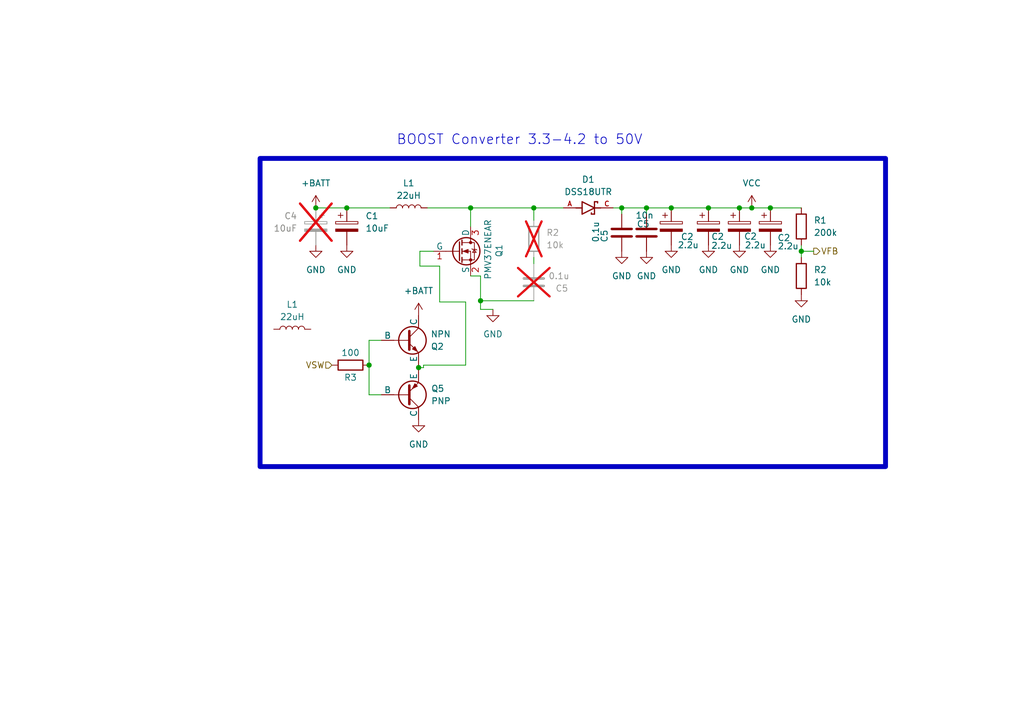
<source format=kicad_sch>
(kicad_sch (version 20230121) (generator eeschema)
  (paper "A5")
  (lib_symbols
    (symbol "2023-09-03_14-36-57:DSS18UTR" (pin_names (offset 1.016))
      (property "Reference" "D" (at -5.08 2.54 0))
      (property "Value" "DSS18UTR" (at -5.08 -3.81 0))
      (symbol "DSS18UTR_0_0"
        (polyline (pts (xy -2.54 0) (xy -1.27 0)) (stroke (width 0.254)))
        (polyline (pts (xy -1.27 -1.27) (xy 1.27 0)) (stroke (width 0.254)))
        (polyline (pts (xy -1.27 0) (xy -1.27 -1.27)) (stroke (width 0.254)))
        (polyline (pts (xy -1.27 1.27) (xy -1.27 0)) (stroke (width 0.254)))
        (polyline (pts (xy 0.635 -1.016) (xy 0.635 -1.27)) (stroke (width 0.254)))
        (polyline (pts (xy 1.27 -1.27) (xy 0.635 -1.27)) (stroke (width 0.254)))
        (polyline (pts (xy 1.27 0) (xy -1.27 1.27)) (stroke (width 0.254)))
        (polyline (pts (xy 1.27 0) (xy 1.27 -1.27)) (stroke (width 0.254)))
        (polyline (pts (xy 1.27 1.27) (xy 1.27 0)) (stroke (width 0.254)))
        (polyline (pts (xy 1.905 1.27) (xy 1.27 1.27)) (stroke (width 0.254)))
        (polyline (pts (xy 1.905 1.27) (xy 1.905 1.016)) (stroke (width 0.254)))
        (polyline (pts (xy 2.54 0) (xy 1.27 0)) (stroke (width 0.254)))
        (pin passive line (at -5.08 0 0) (length 2.54) (name "~") (number "A"))
        (pin passive line (at 5.08 0 180) (length 2.54) (name "~") (number "C"))
      )
    )
    (symbol "Device:C" (pin_numbers hide) (pin_names (offset 0.254))
      (property "Reference" "C" (at 0.635 2.54 0))
      (property "Value" "C" (at 0.635 -2.54 0))
      (symbol "C_0_1"
        (polyline (pts (xy -2.032 -0.762) (xy 2.032 -0.762)) (stroke (width 0.508)))
        (polyline (pts (xy -2.032 0.762) (xy 2.032 0.762)) (stroke (width 0.508)))
      )
      (symbol "C_1_1"
        (pin passive line (at 0 3.81 270) (length 2.794) (name "~") (number "1"))
        (pin passive line (at 0 -3.81 90) (length 2.794) (name "~") (number "2"))
      )
    )
    (symbol "Device:C_Polarized" (pin_numbers hide) (pin_names (offset 0.254))
      (property "Reference" "C" (at 0.635 2.54 0))
      (property "Value" "C_Polarized" (at 0.635 -2.54 0))
      (symbol "C_Polarized_0_1"
        (rectangle (start -2.286 0.508) (end 2.286 1.016))
        (polyline (pts (xy -1.778 2.286) (xy -0.762 2.286)))
        (polyline (pts (xy -1.27 2.794) (xy -1.27 1.778)))
        (rectangle (start 2.286 -0.508) (end -2.286 -1.016) (fill (type outline)))
      )
      (symbol "C_Polarized_1_1"
        (pin passive line (at 0 3.81 270) (length 2.794) (name "~") (number "1"))
        (pin passive line (at 0 -3.81 90) (length 2.794) (name "~") (number "2"))
      )
    )
    (symbol "Device:L" (pin_numbers hide) (pin_names (offset 1.016) hide)
      (property "Reference" "L" (at -1.27 0 90))
      (property "Value" "L" (at 1.905 0 90))
      (symbol "L_0_1"
        (arc (start 0 -2.54) (mid 0.6323 -1.905) (end 0 -1.27))
        (arc (start 0 -1.27) (mid 0.6323 -0.635) (end 0 0))
        (arc (start 0 0) (mid 0.6323 0.635) (end 0 1.27))
        (arc (start 0 1.27) (mid 0.6323 1.905) (end 0 2.54))
      )
      (symbol "L_1_1"
        (pin passive line (at 0 3.81 270) (length 1.27) (name "1") (number "1"))
        (pin passive line (at 0 -3.81 90) (length 1.27) (name "2") (number "2"))
      )
    )
    (symbol "Device:R" (pin_numbers hide) (pin_names (offset 0))
      (property "Reference" "R" (at 2.032 0 90))
      (property "Value" "R" (at 0 0 90))
      (symbol "R_0_1"
        (rectangle (start -1.016 -2.54) (end 1.016 2.54) (stroke (width 0.254)))
      )
      (symbol "R_1_1"
        (pin passive line (at 0 3.81 270) (length 1.27) (name "~") (number "1"))
        (pin passive line (at 0 -3.81 90) (length 1.27) (name "~") (number "2"))
      )
    )
    (symbol "PNP_1" (pin_numbers hide) (pin_names (offset 0))
      (property "Reference" "Q5" (at 5.08 1.27 0))
      (property "Value" "PNP" (at 5.08 -1.27 0))
      (symbol "PNP_1_0_1"
        (polyline (pts (xy -2.54 0) (xy 0.635 0)) (stroke (width 0.1524)))
        (polyline (pts (xy 0.635 0.635) (xy 2.54 2.54)))
        (polyline (pts (xy 0.635 -0.635) (xy 2.54 -2.54) (xy 2.54 -2.54)))
        (polyline (pts (xy 0.635 1.905) (xy 0.635 -1.905) (xy 0.635 -1.905)) (stroke (width 0.508)))
        (polyline (pts (xy 2.286 -1.778) (xy 1.778 -2.286) (xy 1.27 -1.27) (xy 2.286 -1.778) (xy 2.286 -1.778)) (fill (type outline)))
        (circle (center 1.27 0) (radius 2.8194) (stroke (width 0.254)))
      )
      (symbol "PNP_1_1_1"
        (pin input line (at -5.08 0 0) (length 2.54) (name "B") (number "1"))
        (pin open_emitter line (at 2.54 -5.08 90) (length 2.54) (name "E") (number "2"))
        (pin open_collector line (at 2.54 5.08 270) (length 2.54) (name "C") (number "3"))
      )
    )
    (symbol "Simulation_SPICE:NMOS" (pin_names (offset 0))
      (property "Reference" "Q1" (at 8.89 0 90))
      (property "Value" "PMV37ENEAR" (at 6.35 0 90))
      (symbol "NMOS_0_1"
        (polyline (pts (xy 0.254 0) (xy -2.54 0)))
        (polyline (pts (xy 0.254 1.905) (xy 0.254 -1.905)) (stroke (width 0.254)))
        (polyline (pts (xy 0.762 -1.27) (xy 0.762 -2.286)) (stroke (width 0.254)))
        (polyline (pts (xy 0.762 0.508) (xy 0.762 -0.508)) (stroke (width 0.254)))
        (polyline (pts (xy 0.762 2.286) (xy 0.762 1.27)) (stroke (width 0.254)))
        (polyline (pts (xy 2.54 2.54) (xy 2.54 1.778)))
        (polyline (pts (xy 2.54 -2.54) (xy 2.54 0) (xy 0.762 0)))
        (polyline (pts (xy 0.762 -1.778) (xy 3.302 -1.778) (xy 3.302 1.778) (xy 0.762 1.778)))
        (polyline (pts (xy 1.016 0) (xy 2.032 0.381) (xy 2.032 -0.381) (xy 1.016 0)) (fill (type outline)))
        (polyline (pts (xy 2.794 0.508) (xy 2.921 0.381) (xy 3.683 0.381) (xy 3.81 0.254)))
        (polyline (pts (xy 3.302 0.381) (xy 2.921 -0.254) (xy 3.683 -0.254) (xy 3.302 0.381)))
        (circle (center 1.651 0) (radius 2.794) (stroke (width 0.254)))
        (circle (center 2.54 -1.778) (radius 0.254) (fill (type outline)))
        (circle (center 2.54 1.778) (radius 0.254) (fill (type outline)))
      )
      (symbol "NMOS_1_1"
        (pin input line (at -5.08 0 0) (length 2.54) (name "G") (number "1"))
        (pin passive line (at 2.54 -5.08 90) (length 2.54) (name "S") (number "2"))
        (pin passive line (at 2.54 5.08 270) (length 2.54) (name "D") (number "3"))
      )
    )
    (symbol "Simulation_SPICE:NPN" (pin_numbers hide) (pin_names (offset 0))
      (property "Reference" "Q2" (at 5.08 1.27 0))
      (property "Value" "NPN" (at 5.08 -1.27 0))
      (symbol "NPN_0_1"
        (polyline (pts (xy -2.54 0) (xy 0.635 0)) (stroke (width 0.1524)))
        (polyline (pts (xy 0.635 0.635) (xy 2.54 2.54)))
        (polyline (pts (xy 2.794 -1.27) (xy 2.794 -1.27)) (stroke (width 0.1524)))
        (polyline (pts (xy 2.794 -1.27) (xy 2.794 -1.27)) (stroke (width 0.1524)))
        (polyline (pts (xy 0.635 -0.635) (xy 2.54 -2.54) (xy 2.54 -2.54)))
        (polyline (pts (xy 0.635 1.905) (xy 0.635 -1.905) (xy 0.635 -1.905)) (stroke (width 0.508)))
        (polyline (pts (xy 1.27 -1.778) (xy 1.778 -1.27) (xy 2.286 -2.286) (xy 1.27 -1.778) (xy 1.27 -1.778)) (fill (type outline)))
        (circle (center 1.27 0) (radius 2.8194) (stroke (width 0.254)))
      )
      (symbol "NPN_1_1"
        (pin input line (at -5.08 0 0) (length 2.54) (name "B") (number "1"))
        (pin open_emitter line (at 2.54 -5.08 90) (length 2.54) (name "E") (number "2"))
        (pin open_collector line (at 2.54 5.08 270) (length 2.54) (name "C") (number "3"))
      )
    )
    (symbol "power:+BATT" (power) (pin_names (offset 0))
      (property "Value" "+BATT" (at 0 3.556 0))
      (symbol "+BATT_0_1"
        (polyline (pts (xy -0.762 1.27) (xy 0 2.54)))
        (polyline (pts (xy 0 0) (xy 0 2.54)))
        (polyline (pts (xy 0 2.54) (xy 0.762 1.27)))
      )
      (symbol "+BATT_1_1"
        (pin power_in line (at 0 0 90) (length 0) hide (name "+BATT") (number "1"))
      )
    )
    (symbol "power:GND" (power) (pin_names (offset 0))
      (property "Value" "GND" (at 0 -3.81 0))
      (symbol "GND_0_1"
        (polyline (pts (xy 0 0) (xy 0 -1.27) (xy 1.27 -1.27) (xy 0 -2.54) (xy -1.27 -1.27) (xy 0 -1.27)))
      )
      (symbol "GND_1_1"
        (pin power_in line (at 0 0 270) (length 0) hide (name "GND") (number "1"))
      )
    )
    (symbol "power:VCC" (power) (pin_names (offset 0))
      (property "Value" "VCC" (at 0 3.81 0))
      (symbol "VCC_0_1"
        (polyline (pts (xy -0.762 1.27) (xy 0 2.54)))
        (polyline (pts (xy 0 0) (xy 0 2.54)))
        (polyline (pts (xy 0 2.54) (xy 0.762 1.27)))
      )
      (symbol "VCC_1_1"
        (pin power_in line (at 0 0 90) (length 0) hide (name "VCC") (number "1"))
      )
    )
  )
  (junction (at 98.552 61.722))
  (junction (at 75.692 74.93))
  (junction (at 157.988 42.672))
  (junction (at 151.638 42.672))
  (junction (at 85.852 75.438))
  (junction (at 109.474 42.672))
  (junction (at 137.668 42.672))
  (junction (at 164.338 51.562))
  (junction (at 71.12 42.672))
  (junction (at 132.588 42.672))
  (junction (at 96.52 42.672))
  (junction (at 145.288 42.672))
  (junction (at 154.178 42.672))
  (junction (at 64.77 42.672))
  (junction (at 127.508 42.672))
  (wire (pts (xy 86.868 74.93) (xy 95.504 74.93)))
  (wire (pts (xy 95.504 61.976) (xy 90.17 61.976)))
  (wire (pts (xy 132.588 43.942) (xy 132.588 42.672)))
  (wire (pts (xy 157.988 42.672) (xy 154.178 42.672)))
  (wire (pts (xy 64.77 42.672) (xy 71.12 42.672)))
  (wire (pts (xy 86.106 54.61) (xy 86.106 51.562)))
  (wire (pts (xy 86.106 51.562) (xy 88.9 51.562)))
  (wire (pts (xy 127.508 42.672) (xy 127.508 43.942)))
  (wire (pts (xy 78.232 81.026) (xy 75.692 81.026)))
  (wire (pts (xy 137.668 42.672) (xy 145.288 42.672)))
  (wire (pts (xy 98.552 63.5) (xy 98.552 61.722)))
  (wire (pts (xy 164.338 50.292) (xy 164.338 51.562)))
  (wire (pts (xy 98.552 61.722) (xy 98.552 56.642)))
  (wire (pts (xy 109.474 42.672) (xy 109.474 45.212)))
  (wire (pts (xy 125.73 42.672) (xy 127.508 42.672)))
  (wire (pts (xy 86.868 75.438) (xy 85.852 75.438)))
  (wire (pts (xy 166.878 51.562) (xy 164.338 51.562)))
  (wire (pts (xy 78.232 69.85) (xy 75.692 69.85)))
  (wire (pts (xy 96.52 46.482) (xy 96.52 42.672)))
  (wire (pts (xy 75.692 81.026) (xy 75.692 74.93)))
  (wire (pts (xy 86.868 74.93) (xy 86.868 75.438)))
  (wire (pts (xy 101.092 63.5) (xy 98.552 63.5)))
  (wire (pts (xy 164.338 51.562) (xy 164.338 52.832)))
  (wire (pts (xy 90.17 54.61) (xy 86.106 54.61)))
  (wire (pts (xy 109.474 42.672) (xy 115.57 42.672)))
  (wire (pts (xy 145.288 42.672) (xy 151.638 42.672)))
  (wire (pts (xy 95.504 74.93) (xy 95.504 61.976)))
  (wire (pts (xy 98.552 56.642) (xy 96.52 56.642)))
  (wire (pts (xy 85.852 75.946) (xy 85.852 75.438)))
  (wire (pts (xy 71.12 42.672) (xy 80.01 42.672)))
  (wire (pts (xy 75.692 69.85) (xy 75.692 74.93)))
  (wire (pts (xy 98.552 61.722) (xy 109.474 61.722)))
  (wire (pts (xy 109.474 52.832) (xy 109.474 54.102)))
  (wire (pts (xy 157.988 42.672) (xy 164.338 42.672)))
  (wire (pts (xy 127.508 42.672) (xy 132.588 42.672)))
  (wire (pts (xy 151.638 42.672) (xy 154.178 42.672)))
  (wire (pts (xy 87.63 42.672) (xy 96.52 42.672)))
  (wire (pts (xy 132.588 42.672) (xy 137.668 42.672)))
  (wire (pts (xy 96.52 42.672) (xy 109.474 42.672)))
  (wire (pts (xy 90.17 61.976) (xy 90.17 54.61)))
  (wire (pts (xy 85.852 75.438) (xy 85.852 74.93)))
  (rectangle (start 53.34 32.512) (end 181.61 95.758) (stroke (width 1)))
  (text "BOOST Converter 3.3-4.2 to 50V\n" (at 81.28 29.972 0) (effects (font (size 2 2)) (justify left bottom)))
  (hierarchical_label "VFB" (shape output) (at 166.878 51.562 0))
  (hierarchical_label "VSW" (shape input) (at 68.072 74.93 180))
  (symbol (lib_id "Device:C") (at 109.474 57.912 180) (unit 1) (in_bom no) (dnp yes)
    (property "Reference" "C5" (at 116.586 59.182 0) (effects (justify left)))
    (property "Value" "0.1u" (at 116.84 56.642 0) (effects (justify left)))
    (property "Footprint" "Capacitor_SMD:C_0402_1005Metric" (effects hide))
    (property "Manufacturer" "Murata" (effects hide))
    (property "Manufacturer Part Number" "GRM155R71H104KE14J" (effects hide))
    (property "Package" "0402" (effects hide))
    (property "Description" "CAP CER 0.1UF 50V X7R 0402" (effects hide))
    (property "Long Description" "0.1 µF ±10% 50V Ceramic Capacitor X7R 0402 (1005 Metric)" (effects hide))
    (property "Manufacturing Note" "D" (effects hide))
    (instances (project "MaxTENS" (path "" (reference "C5") (unit 1)) (path "" (reference "C7") (unit 1)) (path "" (reference "C20") (unit 1))))
  )
  (symbol (lib_id "2023-09-03_14-36-57:DSS18UTR") (at 120.65 42.672 0) (unit 1)
    (property "Reference" "D1" (at 120.65 36.83 0))
    (property "Value" "DSS18UTR" (at 120.65 39.37 0))
    (property "Footprint" "Library:SODFL3618X110N" (effects hide))
    (property "Manufacturer" "SMC Diode Solutions" (effects hide))
    (property "Long Description" "Diode Schottky 80 V 1A Surface Mount SOD-123FL" (effects hide))
    (property "Package" "SOD-123F SMC Diode Solutions" (effects hide))
    (property "Price" "None" (effects hide))
    (property "Manufacturer Part Number" "DSS18UTR" (effects hide))
    (property "Availability" "In Stock" (effects hide))
    (property "Purchase-URL" "https://pricing.snapeda.com/search/part/DSS18UTR/?ref=eda" (effects hide))
    (property "Manufacturing Note" "C" (effects hide))
  )
  (symbol (lib_id "Simulation_SPICE:NPN") (at 83.312 69.85 0) (unit 1)
    (property "Reference" "Q2" (at 88.3137 71.12 0) (effects (justify left)))
    (property "Value" "NPN" (at 88.3137 68.58 0) (effects (justify left)))
    (property "Footprint" "Package_TO_SOT_SMD:SOT-23" (effects hide))
    (property "Sim.Device" "NPN" (effects hide))
    (property "Sim.Type" "GUMMELPOON" (effects hide))
    (property "Sim.Pins" "1=B 2=C 3=E" (effects hide))
    (property "Manufacturer" "Diodes Incorporated" (effects hide))
    (property "Manufacturer Part Number" "DNBT8105-7" (effects hide))
    (property "Description" "TRANS NPN 60V 1A SOT23-3" (effects hide))
    (property "Long Description" "Bipolar (BJT) Transistor NPN 60 V 1 A 150MHz 460 mW Surface Mount SOT-23-3 (TO-236)" (effects hide))
    (property "Package" "SOT23-3" (effects hide))
    (property "Manufacturing Note" "B" (effects hide))
    (instances (project "MaxTENS" (path "" (reference "Q2") (unit 1)) (path "" (reference "Q6") (unit 1)) (path "" (reference "Q10") (unit 1))))
  )
  (symbol (lib_id "power:GND") (at 127.508 51.562 0) (unit 1)
    (property "Reference" "#PWR03" (effects hide))
    (property "Value" "GND" (at 127.508 56.642 0))
    (instances (project "MaxTENS" (path "" (reference "#PWR03") (unit 1)) (path "" (reference "#PWR046") (unit 1))))
  )
  (symbol (lib_id "power:GND") (at 64.77 50.292 0) (unit 1)
    (property "Reference" "#PWR05" (effects hide))
    (property "Value" "GND" (at 64.77 55.372 0))
    (instances (project "MaxTENS" (path "" (reference "#PWR05") (unit 1)) (path "" (reference "#PWR02") (unit 1))))
  )
  (symbol (lib_id "Device:R") (at 71.882 74.93 90) (unit 1)
    (property "Reference" "R3" (at 71.882 77.47 90))
    (property "Value" "100" (at 71.882 72.39 90))
    (property "Footprint" "Resistor_SMD:R_0402_1005Metric" (effects hide))
    (property "Manufacturer Part Number" "RC0402FR-07100RL" (effects hide))
    (property "Manufacturer" "Yageo" (effects hide))
    (property "Package" "0402" (effects hide))
    (property "Description" "RES 100 OHM JUMPER 1/16W 0402" (effects hide))
    (property "Long Description" "100 Ohms Jumper Chip Resistor 0402 (1005 Metric) Moisture Resistant Thick Film" (effects hide))
    (instances (project "MaxTENS" (path "" (reference "R3") (unit 1)) (path "" (reference "R1") (unit 1))))
  )
  (symbol (lib_id "Device:C_Polarized") (at 71.12 46.482 0) (unit 1)
    (property "Reference" "C1" (at 74.93 44.323 0) (effects (justify left)))
    (property "Value" "10uF" (at 74.93 46.863 0) (effects (justify left)))
    (property "Footprint" "Capacitor_SMD:C_0805_2012Metric" (effects hide))
    (property "Manufacturer" "Samsung Electro-Mechanics" (effects hide))
    (property "Manufacturer Part Number" "CL21B106KOQNNNG" (effects hide))
    (property "Alternative Manufacturer 1" "Samsung Electro-Mechanics" (effects hide))
    (property "Alternative Manufacturer Part Number 1" "CL21B106KOQNNNE" (effects hide))
    (property "Description" "CAP CER 10UF 16V X7R 0805" (effects hide))
    (property "Long Description" "10 µF ±10% 16V Ceramic Capacitor X7R 0805 (2012 Metric)" (effects hide))
    (instances (project "MaxTENS" (path "" (reference "C1") (unit 1)) (path "" (reference "C2") (unit 1))))
  )
  (symbol (lib_id "power:+BATT") (at 64.77 42.672 0) (unit 1)
    (property "Reference" "#PWR06" (effects hide))
    (property "Value" "+BATT" (at 64.77 37.592 0))
    (instances (project "MaxTENS" (path "" (reference "#PWR06") (unit 1)) (path "" (reference "#PWR01") (unit 1))))
  )
  (symbol (lib_id "Device:R") (at 164.338 46.482 0) (unit 1)
    (property "Reference" "R1" (at 166.878 45.212 0) (effects (justify left)))
    (property "Value" "200k" (at 166.878 47.752 0) (effects (justify left)))
    (property "Footprint" "Resistor_SMD:R_0402_1005Metric" (effects hide))
    (property "Manufacturer Part Number" "RC0402FR-07200KL" (effects hide))
    (property "Manufacturer" "Yageo" (effects hide))
    (property "Package" "0402" (effects hide))
    (property "Description" "RES 200K OHM 1% 1/16W 0402" (effects hide))
    (property "Long Description" "200 kOhms ±1% 0.063W, 1/16W Chip Resistor 0402 (1005 Metric) Moisture Resistant Thick Film" (effects hide))
    (instances (project "MaxTENS" (path "" (reference "R1") (unit 1)) (path "" (reference "R2") (unit 1))))
  )
  (symbol (lib_id "power:GND") (at 85.852 86.106 0) (unit 1)
    (property "Reference" "#PWR02" (effects hide))
    (property "Value" "GND" (at 85.852 91.186 0))
    (instances (project "MaxTENS" (path "" (reference "#PWR02") (unit 1)) (path "" (reference "#PWR079") (unit 1))))
  )
  (symbol (lib_id "power:GND") (at 71.12 50.292 0) (unit 1)
    (property "Reference" "#PWR01" (effects hide))
    (property "Value" "GND" (at 71.12 55.372 0))
    (instances (project "MaxTENS" (path "" (reference "#PWR01") (unit 1)) (path "" (reference "#PWR03") (unit 1))))
  )
  (symbol (lib_id "power:GND") (at 145.288 50.292 0) (unit 1)
    (property "Reference" "#PWR03" (effects hide))
    (property "Value" "GND" (at 145.288 55.372 0))
    (instances (project "MaxTENS" (path "" (reference "#PWR03") (unit 1)) (path "" (reference "#PWR07") (unit 1))))
  )
  (symbol (lib_id "Device:C_Polarized") (at 157.988 46.482 0) (unit 1)
    (property "Reference" "C2" (at 159.4129 48.8071 0) (effects (justify left)))
    (property "Value" "2.2u" (at 159.4326 50.5196 0) (effects (justify left)))
    (property "Footprint" "Capacitor_SMD:C_1206_3216Metric" (effects hide))
    (property "Manufacturer" "Samsung Electro-Mechanics" (effects hide))
    (property "Manufacturer Part Number" "CL31B225KCHSNNE" (effects hide))
    (property "Package" "Non-standard SMD" (effects hide))
    (property "Description" "CAP CER 2.2UF 100V X7R 1206" (effects hide))
    (property "Long Description" "2.2 µF ±10% 100V Ceramic Capacitor X7R 1206 (3216 Metric)" (effects hide))
    (instances (project "MaxTENS" (path "" (reference "C2") (unit 1)) (path "" (reference "C12") (unit 1))))
  )
  (symbol (lib_id "power:GND") (at 132.588 51.562 0) (unit 1)
    (property "Reference" "#PWR03" (effects hide))
    (property "Value" "GND" (at 132.588 56.642 0))
    (instances (project "MaxTENS" (path "" (reference "#PWR03") (unit 1)) (path "" (reference "#PWR047") (unit 1))))
  )
  (symbol (lib_id "power:GND") (at 137.668 50.292 0) (unit 1)
    (property "Reference" "#PWR03" (effects hide))
    (property "Value" "GND" (at 137.668 55.372 0))
    (instances (project "MaxTENS" (path "" (reference "#PWR03") (unit 1)) (path "" (reference "#PWR05") (unit 1))))
  )
  (symbol (lib_id "Device:C") (at 132.588 47.752 0) (unit 1)
    (property "Reference" "C5" (at 130.556 45.974 0) (effects (justify left)))
    (property "Value" "10n" (at 130.302 44.196 0) (effects (justify left)))
    (property "Footprint" "Capacitor_SMD:C_0603_1608Metric" (effects hide))
    (property "Manufacturer" "Samsung Electro-Mechanics" (effects hide))
    (property "Manufacturer Part Number" "CL10B103KC8NNNC" (effects hide))
    (property "Package" "0603" (effects hide))
    (property "Description" "0.1 µF ±10% 100V Ceramic Capacitor X7R 0603 (1608 Metric)" (effects hide))
    (property "Long Description" "0.1 µF ±10% 100V Ceramic Capacitor X7R 0603 (1608 Metric)" (effects hide))
    (property "Manufacturing Note" "D" (effects hide))
    (instances (project "MaxTENS" (path "" (reference "C5") (unit 1)) (path "" (reference "C14") (unit 1)) (path "" (reference "C9") (unit 1)) (path "" (reference "C19") (unit 1))))
  )
  (symbol (lib_id "Device:R") (at 164.338 56.642 0) (unit 1)
    (property "Reference" "R2" (at 166.878 55.372 0) (effects (justify left)))
    (property "Value" "10k" (at 166.878 57.912 0) (effects (justify left)))
    (property "Footprint" "Resistor_SMD:R_0402_1005Metric" (effects hide))
    (property "Manufacturer Part Number" "RC0402FR-0710KL" (effects hide))
    (property "Manufacturer" "Yageo" (effects hide))
    (property "Package" "0402" (effects hide))
    (property "Description" "RES 10K OHM 1% 1/16W 0402" (effects hide))
    (property "Long Description" "10 kOhms ±1% 0.063W, 1/16W Chip Resistor 0402 (1005 Metric) Moisture Resistant Thick Film" (effects hide))
    (instances (project "MaxTENS" (path "" (reference "R2") (unit 1)) (path "" (reference "R3") (unit 1))))
  )
  (symbol (lib_id "power:+BATT") (at 85.852 64.77 0) (mirror y) (unit 1)
    (property "Reference" "#PWR06" (effects hide))
    (property "Value" "+BATT" (at 85.852 59.69 0))
    (instances (project "MaxTENS" (path "" (reference "#PWR06") (unit 1)) (path "" (reference "#PWR078") (unit 1))))
  )
  (symbol (lib_id "power:GND") (at 151.638 50.292 0) (unit 1)
    (property "Reference" "#PWR03" (effects hide))
    (property "Value" "GND" (at 151.638 55.372 0))
    (instances (project "MaxTENS" (path "" (reference "#PWR03") (unit 1)) (path "" (reference "#PWR022") (unit 1))))
  )
  (symbol (lib_id "power:GND") (at 157.988 50.292 0) (unit 1)
    (property "Reference" "#PWR03" (effects hide))
    (property "Value" "GND" (at 157.988 55.372 0))
    (instances (project "MaxTENS" (path "" (reference "#PWR03") (unit 1)) (path "" (reference "#PWR023") (unit 1))))
  )
  (symbol (lib_id "power:VCC") (at 154.178 42.672 0) (unit 1)
    (property "Reference" "#PWR08" (effects hide))
    (property "Value" "VCC" (at 154.178 37.592 0))
    (instances (project "MaxTENS" (path "" (reference "#PWR08") (unit 1)) (path "" (reference "#PWR06") (unit 1))))
  )
  (symbol (lib_id "Device:C_Polarized") (at 151.638 46.482 0) (unit 1)
    (property "Reference" "C2" (at 152.5631 48.5118 0) (effects (justify left)))
    (property "Value" "2.2u" (at 152.7009 50.3227 0) (effects (justify left)))
    (property "Footprint" "Capacitor_SMD:C_1206_3216Metric" (effects hide))
    (property "Manufacturer" "Samsung Electro-Mechanics" (effects hide))
    (property "Manufacturer Part Number" "CL31B225KCHSNNE" (effects hide))
    (property "Package" "Non-standard SMD" (effects hide))
    (property "Description" "CAP CER 2.2UF 100V X7R 1206" (effects hide))
    (property "Long Description" "2.2 µF ±10% 100V Ceramic Capacitor X7R 1206 (3216 Metric)" (effects hide))
    (instances (project "MaxTENS" (path "" (reference "C2") (unit 1)) (path "" (reference "C4") (unit 1))))
  )
  (symbol (lib_id "Device:C_Polarized") (at 145.288 46.482 0) (unit 1)
    (property "Reference" "C2" (at 145.8313 48.5512 0) (effects (justify left)))
    (property "Value" "2.2u" (at 145.8116 50.4015 0) (effects (justify left)))
    (property "Footprint" "Capacitor_SMD:C_1206_3216Metric" (effects hide))
    (property "Manufacturer" "Samsung Electro-Mechanics" (effects hide))
    (property "Manufacturer Part Number" "CL31B225KCHSNNE" (effects hide))
    (property "Package" "Non-standard SMD" (effects hide))
    (property "Description" "CAP CER 2.2UF 100V X7R 1206" (effects hide))
    (property "Long Description" "2.2 µF ±10% 100V Ceramic Capacitor X7R 1206 (3216 Metric)" (effects hide))
    (instances (project "MaxTENS" (path "" (reference "C2") (unit 1)) (path "" (reference "C11") (unit 1))))
  )
  (symbol (lib_id "Simulation_SPICE:NMOS") (at 93.98 51.562 0) (unit 1)
    (property "Reference" "Q1" (at 102.362 52.832 90) (effects (justify left)))
    (property "Value" "PMV37ENEAR" (at 100.076 57.404 90) (effects (justify left)))
    (property "Footprint" "Package_TO_SOT_SMD:SOT-23" (effects hide))
    (property "Datasheet" "https://ngspice.sourceforge.io/docs/ngspice-manual.pdf" (effects hide))
    (property "Sim.Device" "NMOS" (effects hide))
    (property "Sim.Type" "VDMOS" (effects hide))
    (property "Sim.Pins" "1=G 2=S 3=D" (effects hide))
    (property "Manufacturer" "Nexperia" (effects hide))
    (property "Manufacturer Part Number" "PMV37ENEAR" (effects hide))
    (property "Package" "SOT23-3" (effects hide))
    (property "Description" "MOSFET N-CH 60V 3.5A TO236AB" (effects hide))
    (property "Long Description" "N-Channel 60 V 3.5A (Ta) 710mW (Ta), 8.3W (Tc) Surface Mount TO-236AB" (effects hide))
  )
  (symbol (lib_id "Device:C_Polarized") (at 137.668 46.482 0) (unit 1)
    (property "Reference" "C2" (at 139.5917 48.5906 0) (effects (justify left)))
    (property "Value" "2.2u" (at 138.938 50.292 0) (effects (justify left)))
    (property "Footprint" "Capacitor_SMD:C_1206_3216Metric" (effects hide))
    (property "Manufacturer" "Samsung Electro-Mechanics" (effects hide))
    (property "Manufacturer Part Number" "CL31B225KCHSNNE" (effects hide))
    (property "Package" "Non-standard SMD" (effects hide))
    (property "Description" "CAP CER 2.2UF 100V X7R 1206" (effects hide))
    (property "Long Description" "2.2 µF ±10% 100V Ceramic Capacitor X7R 1206 (3216 Metric)" (effects hide))
    (instances (project "MaxTENS" (path "" (reference "C2") (unit 1)) (path "" (reference "C3") (unit 1))))
  )
  (symbol (lib_id "power:GND") (at 164.338 60.452 0) (unit 1)
    (property "Reference" "#PWR07" (effects hide))
    (property "Value" "GND" (at 164.338 65.532 0))
    (instances (project "MaxTENS" (path "" (reference "#PWR07") (unit 1)) (path "" (reference "#PWR08") (unit 1))))
  )
  (symbol (lib_id "Device:C") (at 127.508 47.752 0) (unit 1)
    (property "Reference" "C5" (at 123.952 49.784 90) (effects (justify left)))
    (property "Value" "0.1u" (at 122.174 49.784 90) (effects (justify left)))
    (property "Footprint" "Capacitor_SMD:C_0603_1608Metric" (effects hide))
    (property "Manufacturer" "Samsung Electro-Mechanics" (effects hide))
    (property "Manufacturer Part Number" "CL10B104KC8NNNC" (effects hide))
    (property "Package" "0603" (effects hide))
    (property "Description" "0.1 µF ±10% 100V Ceramic Capacitor X7R 0603 (1608 Metric)" (effects hide))
    (property "Long Description" "0.1 µF ±10% 100V Ceramic Capacitor X7R 0603 (1608 Metric)" (effects hide))
    (property "Manufacturing Note" "D" (effects hide))
    (instances (project "MaxTENS" (path "" (reference "C5") (unit 1)) (path "" (reference "C14") (unit 1)) (path "" (reference "C9") (unit 1)) (path "" (reference "C18") (unit 1))))
  )
  (symbol (lib_id "power:GND") (at 101.092 63.5 0) (unit 1)
    (property "Reference" "#PWR02" (effects hide))
    (property "Value" "GND" (at 101.092 68.58 0))
    (instances (project "MaxTENS" (path "" (reference "#PWR02") (unit 1)) (path "" (reference "#PWR04") (unit 1))))
  )
  (symbol (lib_id "Device:L") (at 83.82 42.672 90) (unit 1)
    (property "Reference" "L1" (at 83.82 37.592 90))
    (property "Value" "22uH" (at 83.82 40.132 90))
    (property "Footprint" "Library:INDPM7366X300N" (effects hide))
    (property "Manufacturer" "Bourns Inc." (effects hide))
    (property "Manufacturer Part Number" "SRP6030VA-220M" (effects hide))
    (property "Description" "FIXED IND 22UH 3.4A 168MOHM SMD" (effects hide))
    (property "Detailed Description" "22 µH Shielded Drum Core, Wirewound Inductor 3.4 A 168mOhm Max Nonstandard" (effects hide))
    (property "Package" "SMD" (effects hide))
    (property "Long Description" "22 µH Shielded Drum Core, Wirewound Inductor 3.4 A 168mOhm Max Nonstandard" (effects hide))
  )
  (symbol (lib_name "PNP_1") (lib_id "Simulation_SPICE:PNP") (at 83.312 81.026 0) (mirror x) (unit 1)
    (property "Reference" "Q5" (at 88.392 79.756 0) (effects (justify left)))
    (property "Value" "PNP" (at 88.392 82.296 0) (effects (justify left)))
    (property "Footprint" "Package_TO_SOT_SMD:SOT-23" (effects hide))
    (property "Sim.Device" "PNP" (effects hide))
    (property "Sim.Type" "GUMMELPOON" (effects hide))
    (property "Sim.Pins" "1=B 2=E 3=C" (effects hide))
    (property "Manufacturer" "Diodes Incorporated" (effects hide))
    (property "Manufacturer Part Number" "FMMT591TA" (effects hide))
    (property "Manufacturing Note" "B" (effects hide))
    (property "Package" "SOT23" (effects hide))
    (property "Description" "TRANS PNP 60V 1A SOT23-3" (effects hide))
    (property "Long Description" "Bipolar (BJT) Transistor PNP 60 V 1 A 150MHz 500 mW Surface Mount SOT-23-3" (effects hide))
    (instances (project "MaxTENS" (path "" (reference "Q5") (unit 1)) (path "" (reference "Q11") (unit 1))))
  )
  (symbol (lib_id "Device:C_Polarized") (at 64.77 46.482 0) (mirror y) (unit 1) (in_bom no) (dnp yes)
    (property "Reference" "C4" (at 60.96 44.323 0) (effects (justify left)))
    (property "Value" "10uF" (at 60.96 46.863 0) (effects (justify left)))
    (property "Footprint" "Capacitor_SMD:C_0805_2012Metric" (effects hide))
    (property "Manufacturer" "Samsung Electro-Mechanics" (effects hide))
    (property "Manufacturer Part Number" "CL21B106KOQNNNG" (effects hide))
    (property "Alternative Manufacturer 1" "Samsung Electro-Mechanics" (effects hide))
    (property "Alternative Manufacturer Part Number 1" "CL21B106KOQNNNE" (effects hide))
    (property "Description" "CAP CER 10UF 16V X7R 0805" (effects hide))
    (property "Long Description" "10 µF ±10% 16V Ceramic Capacitor X7R 0805 (2012 Metric)" (effects hide))
    (instances (project "MaxTENS" (path "" (reference "C4") (unit 1)) (path "" (reference "C1") (unit 1))))
  )
  (symbol (lib_id "Device:L") (at 59.944 67.564 90) (unit 1)
    (property "Reference" "L1" (at 59.944 62.484 90))
    (property "Value" "22uH" (at 59.944 65.024 90))
    (property "Footprint" "Library:IND_AMDLA1004S-330MT" (effects hide))
    (property "Manufacturer" "Bourns Inc." (effects hide))
    (property "Manufacturer Part Number" "SRP6030VA-220M" (effects hide))
    (property "Description" "FIXED IND 22UH 3.4A 168MOHM SMD" (effects hide))
    (property "Detailed Description" "22 µH Shielded Drum Core, Wirewound Inductor 3.4 A 168mOhm Max Nonstandard" (effects hide))
    (property "Package" "SMD" (effects hide))
    (property "Long Description" "22 µH Shielded Drum Core, Wirewound Inductor 3.4 A 168mOhm Max Nonstandard" (effects hide))
    (instances (project "MaxTENS" (path "" (reference "L1") (unit 1)) (path "" (reference "L2") (unit 1))))
  )
  (symbol (lib_id "Device:R") (at 109.474 49.022 0) (unit 1) (in_bom no) (dnp yes)
    (property "Reference" "R2" (at 112.014 47.752 0) (effects (justify left)))
    (property "Value" "10k" (at 112.014 50.292 0) (effects (justify left)))
    (property "Footprint" "Resistor_SMD:R_0402_1005Metric" (effects hide))
    (property "Manufacturer Part Number" "RC0402FR-0710KL" (effects hide))
    (property "Manufacturer" "Yageo" (effects hide))
    (property "Package" "0402" (effects hide))
    (property "Description" "RES 10K OHM 1% 1/16W 0402" (effects hide))
    (property "Long Description" "10 kOhms ±1% 0.063W, 1/16W Chip Resistor 0402 (1005 Metric) Moisture Resistant Thick Film" (effects hide))
    (instances (project "MaxTENS" (path "" (reference "R2") (unit 1)) (path "" (reference "R66") (unit 1))))
  )
)
</source>
